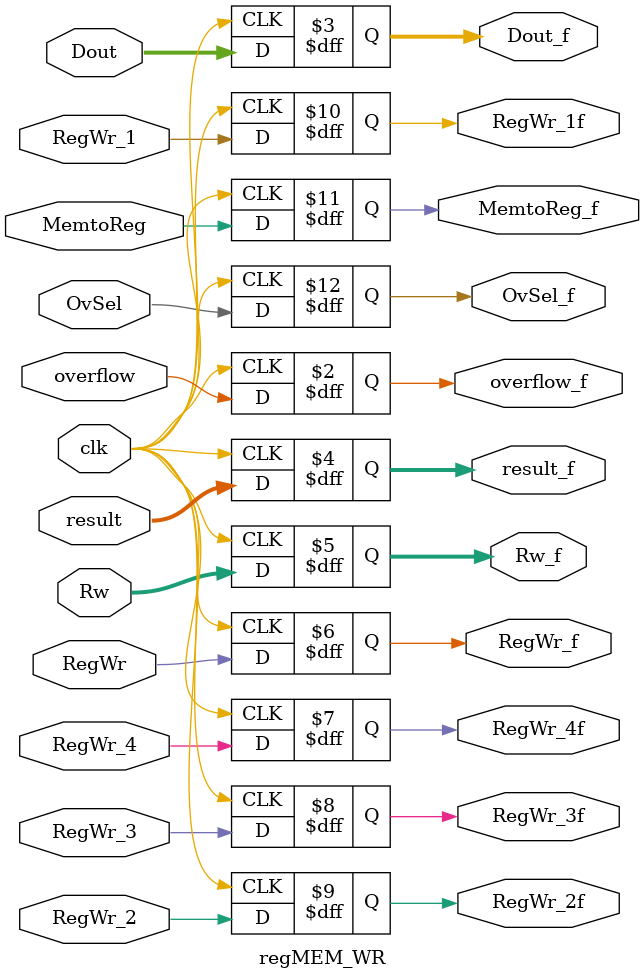
<source format=v>
module regMEM_WR
(
	input clk,
	input overflow,
	input [31:0]Dout,
	input [31:0]result,
	input [4:0]Rw,
	input RegWr,
	input RegWr_4,RegWr_3,RegWr_2,RegWr_1,
	input MemtoReg,
	input OvSel,
	output reg overflow_f,
	output reg [31:0]Dout_f,
	output reg [31:0]result_f,
	output reg [4:0]Rw_f,
	output reg RegWr_f,
	output reg RegWr_4f,RegWr_3f,RegWr_2f,RegWr_1f,
	output reg MemtoReg_f,
	output reg OvSel_f
);

always@(posedge clk)
begin
	overflow_f = overflow;
	Dout_f = Dout;
	result_f = result;
	Rw_f = Rw;
	RegWr_f = RegWr;
	MemtoReg_f = MemtoReg;
	OvSel_f = OvSel;
	RegWr_4f = RegWr_4;
	RegWr_3f = RegWr_3;
	RegWr_2f = RegWr_2;
	RegWr_1f = RegWr_1;
end

endmodule

</source>
